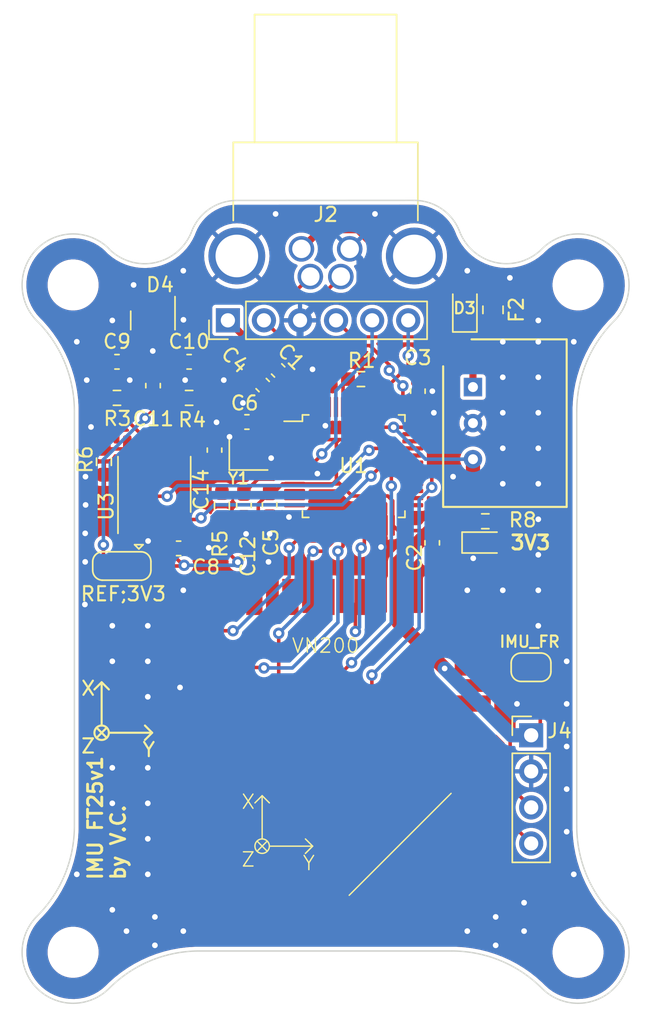
<source format=kicad_pcb>
(kicad_pcb
	(version 20240108)
	(generator "pcbnew")
	(generator_version "8.0")
	(general
		(thickness 1.6)
		(legacy_teardrops no)
	)
	(paper "A4")
	(layers
		(0 "F.Cu" signal)
		(31 "B.Cu" signal)
		(32 "B.Adhes" user "B.Adhesive")
		(33 "F.Adhes" user "F.Adhesive")
		(34 "B.Paste" user)
		(35 "F.Paste" user)
		(36 "B.SilkS" user "B.Silkscreen")
		(37 "F.SilkS" user "F.Silkscreen")
		(38 "B.Mask" user)
		(39 "F.Mask" user)
		(40 "Dwgs.User" user "User.Drawings")
		(41 "Cmts.User" user "User.Comments")
		(42 "Eco1.User" user "User.Eco1")
		(43 "Eco2.User" user "User.Eco2")
		(44 "Edge.Cuts" user)
		(45 "Margin" user)
		(46 "B.CrtYd" user "B.Courtyard")
		(47 "F.CrtYd" user "F.Courtyard")
		(48 "B.Fab" user)
		(49 "F.Fab" user)
		(50 "User.1" user)
		(51 "User.2" user)
		(52 "User.3" user)
		(53 "User.4" user)
		(54 "User.5" user)
		(55 "User.6" user)
		(56 "User.7" user)
		(57 "User.8" user)
		(58 "User.9" user)
	)
	(setup
		(stackup
			(layer "F.SilkS"
				(type "Top Silk Screen")
			)
			(layer "F.Paste"
				(type "Top Solder Paste")
			)
			(layer "F.Mask"
				(type "Top Solder Mask")
				(thickness 0.01)
			)
			(layer "F.Cu"
				(type "copper")
				(thickness 0.035)
			)
			(layer "dielectric 1"
				(type "core")
				(thickness 1.51)
				(material "FR4")
				(epsilon_r 4.5)
				(loss_tangent 0.02)
			)
			(layer "B.Cu"
				(type "copper")
				(thickness 0.035)
			)
			(layer "B.Mask"
				(type "Bottom Solder Mask")
				(thickness 0.01)
			)
			(layer "B.Paste"
				(type "Bottom Solder Paste")
			)
			(layer "B.SilkS"
				(type "Bottom Silk Screen")
			)
			(copper_finish "None")
			(dielectric_constraints no)
		)
		(pad_to_mask_clearance 0)
		(allow_soldermask_bridges_in_footprints no)
		(aux_axis_origin 142.24 63.5)
		(pcbplotparams
			(layerselection 0x00010fc_ffffffff)
			(plot_on_all_layers_selection 0x0000000_00000000)
			(disableapertmacros no)
			(usegerberextensions no)
			(usegerberattributes yes)
			(usegerberadvancedattributes yes)
			(creategerberjobfile no)
			(dashed_line_dash_ratio 12.000000)
			(dashed_line_gap_ratio 3.000000)
			(svgprecision 4)
			(plotframeref no)
			(viasonmask no)
			(mode 1)
			(useauxorigin yes)
			(hpglpennumber 1)
			(hpglpenspeed 20)
			(hpglpendiameter 15.000000)
			(pdf_front_fp_property_popups yes)
			(pdf_back_fp_property_popups yes)
			(dxfpolygonmode yes)
			(dxfimperialunits yes)
			(dxfusepcbnewfont yes)
			(psnegative no)
			(psa4output no)
			(plotreference yes)
			(plotvalue no)
			(plotfptext yes)
			(plotinvisibletext no)
			(sketchpadsonfab no)
			(subtractmaskfromsilk yes)
			(outputformat 1)
			(mirror no)
			(drillshape 0)
			(scaleselection 1)
			(outputdirectory "gerber/")
		)
	)
	(net 0 "")
	(net 1 "Net-(U1-PB2)")
	(net 2 "GND")
	(net 3 "/CAN_H")
	(net 4 "/CAN_L")
	(net 5 "/Vref")
	(net 6 "/NRST")
	(net 7 "/SWCLK")
	(net 8 "/SWDIO")
	(net 9 "/SWO")
	(net 10 "Net-(JP1-A)")
	(net 11 "Net-(U1-BOOT0)")
	(net 12 "Net-(U3-Rs)")
	(net 13 "unconnected-(U1-PC13-Pad2)")
	(net 14 "unconnected-(U1-PC14-Pad3)")
	(net 15 "unconnected-(U1-PC15-Pad4)")
	(net 16 "Net-(U1-PF0)")
	(net 17 "Net-(U1-PF1)")
	(net 18 "unconnected-(U1-PA0-Pad10)")
	(net 19 "unconnected-(U1-PA1-Pad11)")
	(net 20 "unconnected-(U1-PA2-Pad12)")
	(net 21 "unconnected-(U1-PA3-Pad13)")
	(net 22 "unconnected-(U1-PA4-Pad14)")
	(net 23 "Net-(U1-PA5)")
	(net 24 "Net-(U1-PA6)")
	(net 25 "Net-(U1-PA7)")
	(net 26 "unconnected-(U1-PB0-Pad18)")
	(net 27 "unconnected-(U1-PB1-Pad19)")
	(net 28 "unconnected-(VN200-VBAT_RTC-Pad25)")
	(net 29 "unconnected-(U1-PB10-Pad21)")
	(net 30 "unconnected-(U1-PB11-Pad22)")
	(net 31 "unconnected-(U1-PB12-Pad25)")
	(net 32 "unconnected-(U1-PB13-Pad26)")
	(net 33 "unconnected-(U1-PB14-Pad27)")
	(net 34 "unconnected-(U1-PB15-Pad28)")
	(net 35 "unconnected-(U1-PA8-Pad29)")
	(net 36 "Net-(U1-PA9)")
	(net 37 "Net-(U1-PA10)")
	(net 38 "/CAN_RX")
	(net 39 "/CAN_TX")
	(net 40 "Net-(VO1-A)")
	(net 41 "unconnected-(U1-PB4-Pad40)")
	(net 42 "unconnected-(U1-PB5-Pad41)")
	(net 43 "unconnected-(U1-PB6-Pad42)")
	(net 44 "unconnected-(U1-PB7-Pad43)")
	(net 45 "unconnected-(U1-PB8-Pad45)")
	(net 46 "unconnected-(U1-PB9-Pad46)")
	(net 47 "/UART IN")
	(net 48 "/UART OUT")
	(net 49 "unconnected-(VN200-SYNC_OUT-Pad9)")
	(net 50 "unconnected-(VN200-TX1-Pad12)")
	(net 51 "unconnected-(VN200-RX2-Pad13)")
	(net 52 "Net-(JP3-C)")
	(net 53 "Net-(D3-K)")
	(net 54 "Net-(U2-VIN)")
	(net 55 "+24V")
	(net 56 "unconnected-(U1-PA15-Pad38)")
	(net 57 "+3V3")
	(net 58 "unconnected-(VN200-GPS_PPS-Pad24)")
	(net 59 "unconnected-(VN200-SYNC_IN-Pad22)")
	(footprint "Connector_PinHeader_2.54mm:PinHeader_1x06_P2.54mm_Vertical" (layer "F.Cu") (at 153.139884 65.991173 90))
	(footprint "Capacitor_SMD:C_0603_1608Metric_Pad1.08x0.95mm_HandSolder" (layer "F.Cu") (at 154.27 79.02 -90))
	(footprint "Connector_PinHeader_2.54mm:PinHeader_1x04_P2.54mm_Vertical" (layer "F.Cu") (at 174.5 95.21))
	(footprint "Fuse:Fuse_0805_2012Metric" (layer "F.Cu") (at 171.81 65.2525 -90))
	(footprint "MountingHole:MountingHole_3.2mm_M3" (layer "F.Cu") (at 177.8 110.49))
	(footprint "Capacitor_SMD:C_0603_1608Metric_Pad1.08x0.95mm_HandSolder" (layer "F.Cu") (at 166.52 70.98 90))
	(footprint "IMU:VN-200" (layer "F.Cu") (at 160.02 99.06))
	(footprint "MountingHole:MountingHole_3.2mm_M3" (layer "F.Cu") (at 142.24 63.5))
	(footprint "FaSTTUBe_connectors:M8_718_4pin_horizontal" (layer "F.Cu") (at 160.02 60.96 180))
	(footprint "Capacitor_SMD:C_0603_1608Metric_Pad1.08x0.95mm_HandSolder" (layer "F.Cu") (at 149.67 82.049092))
	(footprint "Package_SO:SOIC-8_3.9x4.9mm_P1.27mm" (layer "F.Cu") (at 147.96 77.54 90))
	(footprint "Capacitor_SMD:C_0603_1608Metric_Pad1.08x0.95mm_HandSolder" (layer "F.Cu") (at 147.87 70.59 90))
	(footprint "Jumper:SolderJumper-3_P1.3mm_Open_RoundedPad1.0x1.5mm" (layer "F.Cu") (at 145.67 83.29 180))
	(footprint "Capacitor_SMD:C_0603_1608Metric_Pad1.08x0.95mm_HandSolder" (layer "F.Cu") (at 167.53 81.66 -90))
	(footprint "Capacitor_SMD:C_0603_1608Metric_Pad1.08x0.95mm_HandSolder" (layer "F.Cu") (at 155.59 70.55 135))
	(footprint "Capacitor_SMD:C_0603_1608Metric_Pad1.08x0.95mm_HandSolder" (layer "F.Cu") (at 150.41 68.9125))
	(footprint "Capacitor_SMD:C_0603_1608Metric_Pad1.08x0.95mm_HandSolder" (layer "F.Cu") (at 156.68 69.52 135))
	(footprint "LED_SMD:LED_0603_1608Metric_Pad1.05x0.95mm_HandSolder" (layer "F.Cu") (at 171.2925 81.64))
	(footprint "clipboard:aa490206-7cee-428e-9cc3-cf79f21f7905" (layer "F.Cu") (at 144.25 93))
	(footprint "Jumper:SolderJumper-2_P1.3mm_Open_RoundedPad1.0x1.5mm" (layer "F.Cu") (at 174.49 90.42))
	(footprint "MountingHole:MountingHole_3.2mm_M3" (layer "F.Cu") (at 177.8 63.5))
	(footprint "Package_QFP:LQFP-48_7x7mm_P0.5mm" (layer "F.Cu") (at 162 76.26))
	(footprint "Resistor_SMD:R_0603_1608Metric_Pad0.98x0.95mm_HandSolder" (layer "F.Cu") (at 162.510628 70.130622 180))
	(footprint "Capacitor_SMD:C_0603_1608Metric" (layer "F.Cu") (at 154.48 73.15))
	(footprint "Crystal:Crystal_SMD_2016-4Pin_2.0x1.6mm" (layer "F.Cu") (at 154.59 75.38))
	(footprint "Capacitor_SMD:C_0603_1608Metric_Pad1.08x0.95mm_HandSolder" (layer "F.Cu") (at 145.33 68.9125))
	(footprint "Diode_SMD:D_SOD-323" (layer "F.Cu") (at 169.83 65.2 90))
	(footprint "Resistor_SMD:R_0603_1608Metric_Pad0.98x0.95mm_HandSolder" (layer "F.Cu") (at 152.72 79.06 90))
	(footprint "Capacitor_SMD:C_0603_1608Metric_Pad1.08x0.95mm_HandSolder" (layer "F.Cu") (at 156.08 78.98 -90))
	(footprint "Package_TO_SOT_SMD:SOT-23" (layer "F.Cu") (at 147.85654 65.998629 -90))
	(footprint "Resistor_SMD:R_0603_1608Metric_Pad0.98x0.95mm_HandSolder" (layer "F.Cu") (at 150.41 71.4525 180))
	(footprint "Resistor_SMD:R_0603_1608Metric_Pad0.98x0.95mm_HandSolder" (layer "F.Cu") (at 144.41 75.95 90))
	(footprint "FaSTTUBe_Voltage_Regulators:MagI3C-FDSM-SIP-3" (layer "F.Cu") (at 172.882 73.23 -90))
	(footprint "Resistor_SMD:R_0603_1608Metric_Pad0.98x0.95mm_HandSolder" (layer "F.Cu") (at 145.33 71.4525 180))
	(footprint "Resistor_SMD:R_0603_1608Metric_Pad0.98x0.95mm_HandSolder" (layer "F.Cu") (at 171.27 80.14))
	(footprint "MountingHole:MountingHole_3.2mm_M3" (layer "F.Cu") (at 142.24 110.49))
	(footprint "Capacitor_SMD:C_0603_1608Metric" (layer "F.Cu") (at 152.2 75.13 90))
	(gr_arc
		(start 139.7 66.04)
		(mid 141.646675 68.953405)
		(end 142.330256 72.39)
		(stroke
			(width 0.1)
			(type default)
		)
		(layer "Edge.Cuts")
		(uuid "0a60dceb-cc9b-42bf-aed1-30b811b9c3d0")
	)
	(gr_arc
		(start 139.7 66.04)
		(mid 139.7 60.96)
		(end 144.78 60.96)
		(stroke
			(width 0.1)
			(type default)
		)
		(layer "Edge.Cuts")
		(uuid "1feba593-2008-4347-9f63-8a4013eccbff")
	)
	(gr_arc
		(start 175.26 60.96)
		(mid 172.0237 61.923512)
		(end 169.457829 59.72845)
		(stroke
			(width 0.1)
			(type default)
		)
		(layer "Edge.Cuts")
		(uuid "33fb829b-33e0-4cb1-97da-dada36743c5c")
	)
	(gr_arc
		(start 177.709744 72.39)
		(mid 178.393325 68.953405)
		(end 180.34 66.04)
		(stroke
			(width 0.1)
			(type default)
		)
		(layer "Edge.Cuts")
		(uuid "378f4fed-9751-4f0f-b4a1-c07f1d1ccd33")
	)
	(gr_line
		(start 177.709744 72.39)
		(end 177.709744 101.6)
		(stroke
			(width 0.1)
			(type default)
		)
		(layer "Edge.Cuts")
		(uuid "417adb19-1f0a-4cb1-b5ee-8fc075f8b100")
	)
	(gr_arc
		(start 142.330256 101.6)
		(mid 141.646675 105.036595)
		(end 139.7 107.95)
		(stroke
			(width 0.1)
			(type default)
		)
		(layer "Edge.Cuts")
		(uuid "42c9e34d-e86b-4e4d-953f-5a366e6cd133")
	)
	(gr_arc
		(start 144.78 113.03)
		(mid 139.7 113.03)
		(end 139.7 107.95)
		(stroke
			(width 0.1)
			(type default)
		)
		(layer "Edge.Cuts")
		(uuid "603b12c1-3c4f-4c5f-a72c-193753571693")
	)
	(gr_line
		(start 142.330256 101.6)
		(end 142.330256 72.39)
		(stroke
			(width 0.1)
			(type default)
		)
		(layer "Edge.Cuts")
		(uuid "62a03b69-8f89-4f45-b729-8f416174ed7f")
	)
	(gr_arc
		(start 150.591864 59.724058)
		(mid 151.844703 58.145514)
		(end 153.77 57.55)
		(stroke
			(width 0.1)
			(type default)
		)
		(layer "Edge.Cuts")
		(uuid "68affa6e-7931-4770-8dd3-0d5104b277d0")
	)
	(gr_arc
		(start 180.34 107.95)
		(mid 180.34 113.03)
		(end 175.26 113.03)
		(stroke
			(width 0.1)
			(type default)
		)
		(layer "Edge.Cuts")
		(uuid "88e8dedd-7e2e-455c-aede-3d3d71434d6b")
	)
	(gr_arc
		(start 166.266884 57.545571)
		(mid 168.199957 58.143504)
		(end 169.457829 59.72845)
		(stroke
			(width 0.1)
			(type default)
		)
		(layer "Edge.Cuts")
		(uuid "985a1e88-5e41-45a7-ac40-aad3e9141a71")
	)
	(gr_line
		(start 166.266884 57.545571)
		(end 153.77 57.55)
		(stroke
			(width 0.1)
			(type default)
		)
		(layer "Edge.Cuts")
		(uuid "bc955175-8e7f-4610-8c74-81c8ce899bef")
	)
	(gr_arc
		(start 144.78 113.03)
		(mid 147.693405 111.083325)
		(end 151.13 110.399744)
		(stroke
			(width 0.1)
			(type default)
		)
		(layer "Edge.Cuts")
		(uuid "c5ec41a2-eee0-4875-a4cc-95184d30c7f0")
	)
	(gr_arc
		(start 150.591863 59.724058)
		(mid 148.020334 61.926725)
		(end 144.773381 60.966619)
		(stroke
			(width 0.1)
			(type default)
		)
		(layer "Edge.Cuts")
		(uuid "c9b88552-165a-4500-9156-9bee167518db")
	)
	(gr_line
		(start 168.91 110.399744)
		(end 151.13 110.399744)
		(stroke
			(width 0.1)
			(type default)
		)
		(layer "Edge.Cuts")
		(uuid "cfa19d78-baa2-4534-a0d7-a2a78631aa5f")
	)
	(gr_arc
		(start 175.26 60.96)
		(mid 180.34 60.96)
		(end 180.34 66.04)
		(stroke
			(width 0.1)
			(type default)
		)
		(layer "Edge.Cuts")
		(uuid "d1934568-1bf0-428d-9f24-ffb11e5f7534")
	)
	(gr_arc
		(start 168.91 110.399744)
		(mid 172.346595 111.083325)
		(end 175.26 113.03)
		(stroke
			(width 0.1)
			(type default)
		)
		(layer "Edge.Cuts")
		(uuid "dcdcdaaf-6523-4aba-847d-5091a3f7a830")
	)
	(gr_arc
		(start 180.34 107.95)
		(mid 178.393325 105.036595)
		(end 177.709744 101.6)
		(stroke
			(width 0.1)
			(type default)
		)
		(layer "Edge.Cuts")
		(uuid "e99f5792-9f5e-46f2-b938-01c5774d5d54")
	)
	(gr_text "IMU FT25v1\nby V.C."
		(at 146 105.5 90)
		(layer "F.SilkS")
		(uuid "347e4f76-cb22-45ae-aa14-957a041cc56e")
		(effects
			(font
				(size 1 1)
				(thickness 0.2)
			)
			(justify left bottom)
		)
	)
	(gr_text "3V3"
		(at 172.94 82.23 0)
		(layer "F.SilkS")
		(uuid "6fa3fa50-ee51-4b3b-b976-98e641e49b30")
		(effects
			(font
				(size 1 1)
				(thickness 0.2)
				(bold yes)
			)
			(justify left bottom)
		)
	)
	(gr_text "IMU_FR"
		(at 172.18 89.09 0)
		(layer "F.SilkS")
		(uuid "a1b30ea9-413a-4378-8c1f-4cbaf4aa1360")
		(effects
			(font
				(size 0.8 0.8)
				(thickness 0.15)
			)
			(justify left bottom)
		)
	)
	(gr_text "REF;3V3"
		(at 142.68 85.84 0)
		(layer "F.SilkS")
		(uuid "b64debde-4e87-46fe-8a20-162f5e0255fc")
		(effects
			(font
				(size 1 1)
				(thickness 0.15)
			)
			(justify left bottom)
		)
	)
	(segment
		(start 162.12 85.9745)
		(end 162.6235 85.471)
		(width 0.25)
		(layer "F.Cu")
		(net 1)
		(uuid "15c9113b-bf0a-4189-964d-4c3924dd5e3f")
	)
	(segment
		(start 162.75 81.8)
		(end 162.75 80.4225)
		(width 0.25)
		(layer "F.Cu")
		(net 1)
		(uuid "2231c28d-9fcd-4dea-972f-1ec57176896e")
	)
	(segment
		(start 162.53 82.02)
		(end 162.75 81.8)
		(width 0.25)
		(layer "F.Cu")
		(net 1)
		(uuid "75b7407d-9231-4929-b547-1cae6a4b5985")
	)
	(segment
		(start 162.12 87.9)
		(end 162.12 85.9745)
		(width 0.25)
		(layer "F.Cu")
		(net 1)
		(uuid "bb182de9-900e-45ed-b140-aaae1923c0ab")
	)
	(via
		(at 162.53 82.02)
		(size 0.8)
		(drill 0.4)
		(layers "F.Cu" "B.Cu")
		(net 1)
		(uuid "55e97eb0-ea7c-4fc8-a63b-5d67c34e1665")
	)
	(via
		(at 162.12 87.9)
		(size 0.8)
		(drill 0.4)
		(layers "F.Cu" "B.Cu")
		(net 1)
		(uuid "e0a26d90-f669-48de-9ee6-91a03b03af2b")
	)
	(segment
		(start 162.53 82.02)
		(end 162.41 82.14)
		(width 0.25)
		(layer "B.Cu")
		(net 1)
		(uuid "16e9e39f-9448-4c28-9c95-7a816b587699")
	)
	(segment
		(start 162.41 87.61)
		(end 162.12 87.9)
		(width 0.25)
		(layer "B.Cu")
		(net 1)
		(uuid "be208ab0-f2bb-4ff4-82a7-767ccdde5f04")
	)
	(segment
		(start 162.41 82.14)
		(end 162.41 8
... [312539 chars truncated]
</source>
